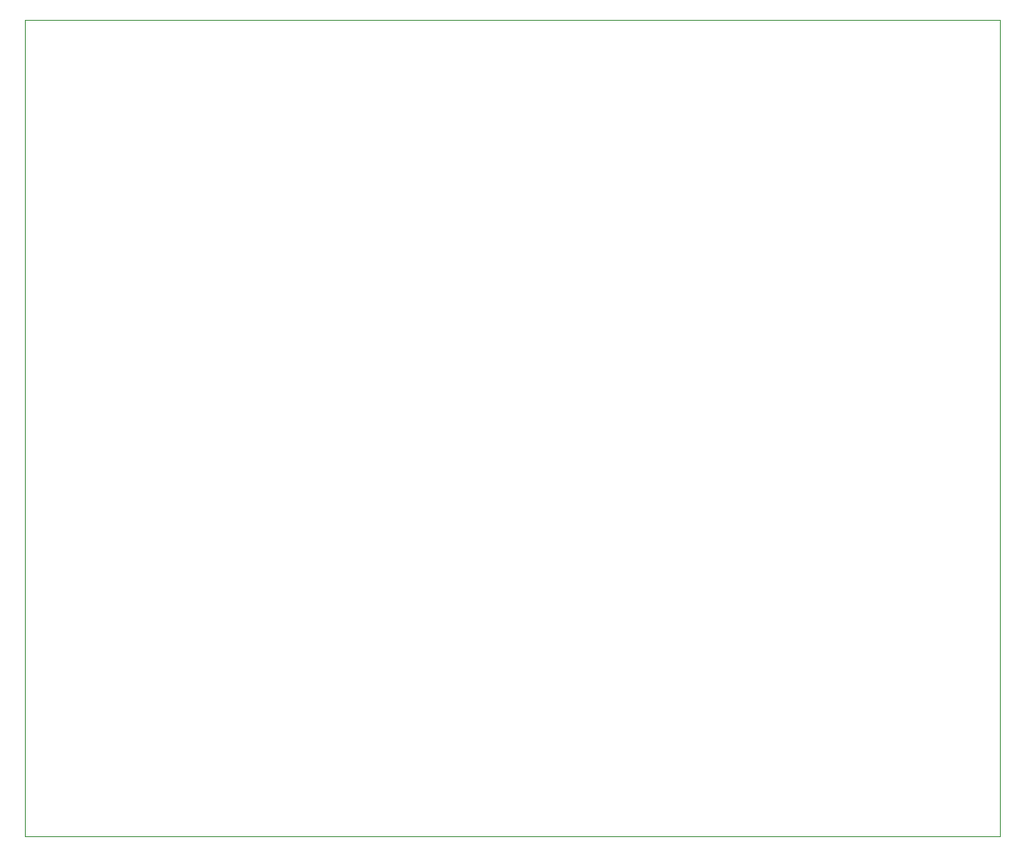
<source format=gbr>
G04*
G04 #@! TF.GenerationSoftware,Altium Limited,Altium Designer,24.2.2 (26)*
G04*
G04 Layer_Color=0*
%FSLAX44Y44*%
%MOMM*%
G71*
G04*
G04 #@! TF.SameCoordinates,251A4116-46B9-4EB5-9C36-AF9AACF17162*
G04*
G04*
G04 #@! TF.FilePolarity,Positive*
G04*
G01*
G75*
%ADD108C,0.0254*%
D108*
X0Y0D02*
X994410D01*
Y833120D01*
X0D01*
Y0D01*
M02*

</source>
